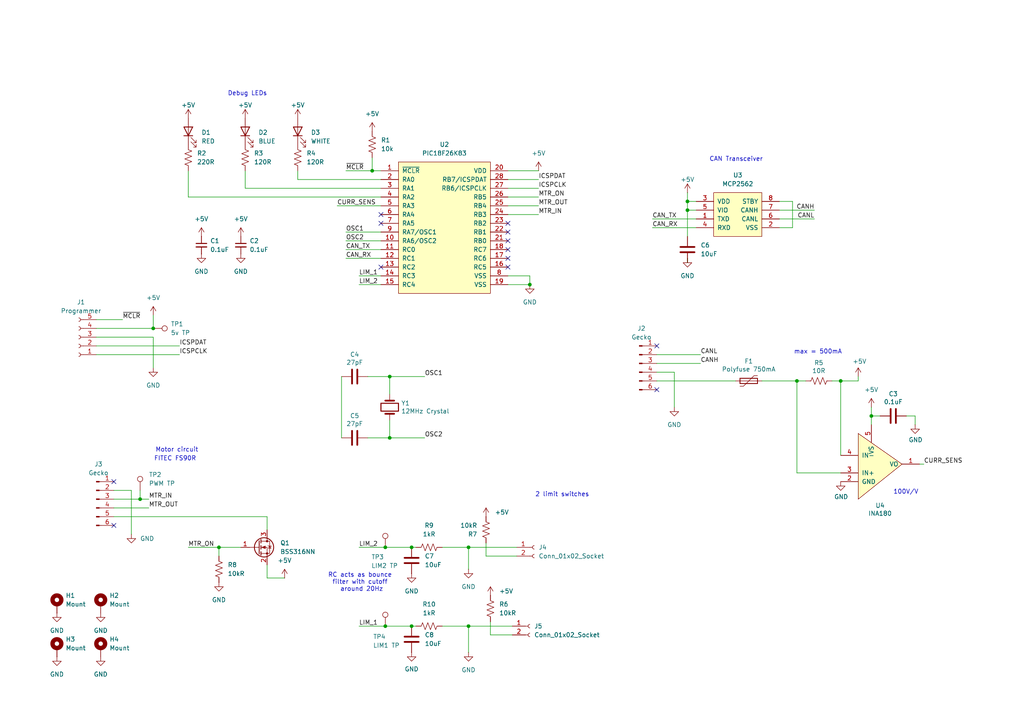
<source format=kicad_sch>
(kicad_sch (version 20231120) (generator "eeschema") (generator_version "8.0")
  (paper "A4")
  (lib_symbols
    (symbol "Connector:Conn_01x02_Socket" (pin_names (offset 1.016) hide)
      (property "Reference" "J" (at 0 2.54 0))
      (property "Value" "Conn_01x02_Socket" (at 0 -5.08 0))
      (symbol "Conn_01x02_Socket_1_1"
        (arc (start 0 -2.032) (mid -0.5058 -2.54) (end 0 -3.048) (stroke (width 0.1524)))
        (polyline (pts (xy -1.27 -2.54) (xy -0.508 -2.54)) (stroke (width 0.1524)))
        (polyline (pts (xy -1.27 0) (xy -0.508 0)) (stroke (width 0.1524)))
        (arc (start 0 0.508) (mid -0.5058 0) (end 0 -0.508) (stroke (width 0.1524)))
        (pin passive line (at -5.08 0 0) (length 3.81) (name "Pin_1") (number "1"))
        (pin passive line (at -5.08 -2.54 0) (length 3.81) (name "Pin_2") (number "2"))
      )
    )
    (symbol "Connector:Conn_01x05_Socket" (pin_names (offset 1.016) hide)
      (property "Reference" "J" (at 0 7.62 0))
      (property "Value" "Conn_01x05_Socket" (at 0 -7.62 0))
      (symbol "Conn_01x05_Socket_1_1"
        (arc (start 0 -4.572) (mid -0.5058 -5.08) (end 0 -5.588) (stroke (width 0.1524)))
        (arc (start 0 -2.032) (mid -0.5058 -2.54) (end 0 -3.048) (stroke (width 0.1524)))
        (polyline (pts (xy -1.27 -5.08) (xy -0.508 -5.08)) (stroke (width 0.1524)))
        (polyline (pts (xy -1.27 -2.54) (xy -0.508 -2.54)) (stroke (width 0.1524)))
        (polyline (pts (xy -1.27 0) (xy -0.508 0)) (stroke (width 0.1524)))
        (polyline (pts (xy -1.27 2.54) (xy -0.508 2.54)) (stroke (width 0.1524)))
        (polyline (pts (xy -1.27 5.08) (xy -0.508 5.08)) (stroke (width 0.1524)))
        (arc (start 0 0.508) (mid -0.5058 0) (end 0 -0.508) (stroke (width 0.1524)))
        (arc (start 0 3.048) (mid -0.5058 2.54) (end 0 2.032) (stroke (width 0.1524)))
        (arc (start 0 5.588) (mid -0.5058 5.08) (end 0 4.572) (stroke (width 0.1524)))
        (pin passive line (at -5.08 5.08 0) (length 3.81) (name "Pin_1") (number "1"))
        (pin passive line (at -5.08 2.54 0) (length 3.81) (name "Pin_2") (number "2"))
        (pin passive line (at -5.08 0 0) (length 3.81) (name "Pin_3") (number "3"))
        (pin passive line (at -5.08 -2.54 0) (length 3.81) (name "Pin_4") (number "4"))
        (pin passive line (at -5.08 -5.08 0) (length 3.81) (name "Pin_5") (number "5"))
      )
    )
    (symbol "Connector:Conn_01x06_Pin" (pin_names (offset 1.016) hide)
      (property "Reference" "J" (at 0 7.62 0))
      (property "Value" "Conn_01x06_Pin" (at 0 -10.16 0))
      (symbol "Conn_01x06_Pin_1_1"
        (polyline (pts (xy 1.27 -7.62) (xy 0.8636 -7.62)) (stroke (width 0.1524)))
        (polyline (pts (xy 1.27 -5.08) (xy 0.8636 -5.08)) (stroke (width 0.1524)))
        (polyline (pts (xy 1.27 -2.54) (xy 0.8636 -2.54)) (stroke (width 0.1524)))
        (polyline (pts (xy 1.27 0) (xy 0.8636 0)) (stroke (width 0.1524)))
        (polyline (pts (xy 1.27 2.54) (xy 0.8636 2.54)) (stroke (width 0.1524)))
        (polyline (pts (xy 1.27 5.08) (xy 0.8636 5.08)) (stroke (width 0.1524)))
        (rectangle (start 0.8636 -7.493) (end 0 -7.747) (stroke (width 0.1524)) (fill (type outline)))
        (rectangle (start 0.8636 -4.953) (end 0 -5.207) (stroke (width 0.1524)) (fill (type outline)))
        (rectangle (start 0.8636 -2.413) (end 0 -2.667) (stroke (width 0.1524)) (fill (type outline)))
        (rectangle (start 0.8636 0.127) (end 0 -0.127) (stroke (width 0.1524)) (fill (type outline)))
        (rectangle (start 0.8636 2.667) (end 0 2.413) (stroke (width 0.1524)) (fill (type outline)))
        (rectangle (start 0.8636 5.207) (end 0 4.953) (stroke (width 0.1524)) (fill (type outline)))
        (pin passive line (at 5.08 5.08 180) (length 3.81) (name "Pin_1") (number "1"))
        (pin passive line (at 5.08 2.54 180) (length 3.81) (name "Pin_2") (number "2"))
        (pin passive line (at 5.08 0 180) (length 3.81) (name "Pin_3") (number "3"))
        (pin passive line (at 5.08 -2.54 180) (length 3.81) (name "Pin_4") (number "4"))
        (pin passive line (at 5.08 -5.08 180) (length 3.81) (name "Pin_5") (number "5"))
        (pin passive line (at 5.08 -7.62 180) (length 3.81) (name "Pin_6") (number "6"))
      )
    )
    (symbol "Connector:TestPoint" (pin_numbers hide) (pin_names (offset 0.762) hide)
      (property "Reference" "TP" (at 0 6.858 0))
      (property "Value" "TestPoint" (at 0 5.08 0))
      (symbol "TestPoint_0_1"
        (circle (center 0 3.302) (radius 0.762))
      )
      (symbol "TestPoint_1_1"
        (pin passive line (at 0 0 90) (length 2.54) (name "1") (number "1"))
      )
    )
    (symbol "Device:C" (pin_numbers hide) (pin_names (offset 0.254))
      (property "Reference" "C" (at 0.635 2.54 0))
      (property "Value" "C" (at 0.635 -2.54 0))
      (symbol "C_0_1"
        (polyline (pts (xy -2.032 -0.762) (xy 2.032 -0.762)) (stroke (width 0.508)))
        (polyline (pts (xy -2.032 0.762) (xy 2.032 0.762)) (stroke (width 0.508)))
      )
      (symbol "C_1_1"
        (pin passive line (at 0 3.81 270) (length 2.794) (name "~") (number "1"))
        (pin passive line (at 0 -3.81 90) (length 2.794) (name "~") (number "2"))
      )
    )
    (symbol "Device:C_Small" (pin_numbers hide) (pin_names (offset 0.254) hide)
      (property "Reference" "C" (at 0.254 1.778 0))
      (property "Value" "C_Small" (at 0.254 -2.032 0))
      (symbol "C_Small_0_1"
        (polyline (pts (xy -1.524 -0.508) (xy 1.524 -0.508)) (stroke (width 0.3302)))
        (polyline (pts (xy -1.524 0.508) (xy 1.524 0.508)) (stroke (width 0.3048)))
      )
      (symbol "C_Small_1_1"
        (pin passive line (at 0 2.54 270) (length 2.032) (name "~") (number "1"))
        (pin passive line (at 0 -2.54 90) (length 2.032) (name "~") (number "2"))
      )
    )
    (symbol "Device:Crystal" (pin_numbers hide) (pin_names (offset 1.016) hide)
      (property "Reference" "Y" (at 0 3.81 0))
      (property "Value" "Crystal" (at 0 -3.81 0))
      (symbol "Crystal_0_1"
        (rectangle (start -1.143 2.54) (end 1.143 -2.54) (stroke (width 0.3048)))
        (polyline (pts (xy -2.54 0) (xy -1.905 0)))
        (polyline (pts (xy -1.905 -1.27) (xy -1.905 1.27)) (stroke (width 0.508)))
        (polyline (pts (xy 1.905 -1.27) (xy 1.905 1.27)) (stroke (width 0.508)))
        (polyline (pts (xy 2.54 0) (xy 1.905 0)))
      )
      (symbol "Crystal_1_1"
        (pin passive line (at -3.81 0 0) (length 1.27) (name "1") (number "1"))
        (pin passive line (at 3.81 0 180) (length 1.27) (name "2") (number "2"))
      )
    )
    (symbol "Device:LED" (pin_numbers hide) (pin_names (offset 1.016) hide)
      (property "Reference" "D" (at 0 2.54 0))
      (property "Value" "LED" (at 0 -2.54 0))
      (symbol "LED_0_1"
        (polyline (pts (xy -1.27 -1.27) (xy -1.27 1.27)) (stroke (width 0.254)))
        (polyline (pts (xy -1.27 0) (xy 1.27 0)))
        (polyline (pts (xy 1.27 -1.27) (xy 1.27 1.27) (xy -1.27 0) (xy 1.27 -1.27)) (stroke (width 0.254)))
        (polyline (pts (xy -3.048 -0.762) (xy -4.572 -2.286) (xy -3.81 -2.286) (xy -4.572 -2.286) (xy -4.572 -1.524)))
        (polyline (pts (xy -1.778 -0.762) (xy -3.302 -2.286) (xy -2.54 -2.286) (xy -3.302 -2.286) (xy -3.302 -1.524)))
      )
      (symbol "LED_1_1"
        (pin passive line (at -3.81 0 0) (length 2.54) (name "K") (number "1"))
        (pin passive line (at 3.81 0 180) (length 2.54) (name "A") (number "2"))
      )
    )
    (symbol "Device:Polyfuse" (pin_numbers hide) (pin_names (offset 0))
      (property "Reference" "F" (at -2.54 0 90))
      (property "Value" "Polyfuse" (at 2.54 0 90))
      (symbol "Polyfuse_0_1"
        (rectangle (start -0.762 2.54) (end 0.762 -2.54) (stroke (width 0.254)))
        (polyline (pts (xy 0 2.54) (xy 0 -2.54)))
        (polyline (pts (xy -1.524 2.54) (xy -1.524 1.524) (xy 1.524 -1.524) (xy 1.524 -2.54)))
      )
      (symbol "Polyfuse_1_1"
        (pin passive line (at 0 3.81 270) (length 1.27) (name "~") (number "1"))
        (pin passive line (at 0 -3.81 90) (length 1.27) (name "~") (number "2"))
      )
    )
    (symbol "Device:R_US" (pin_numbers hide) (pin_names (offset 0))
      (property "Reference" "R" (at 2.54 0 90))
      (property "Value" "R_US" (at -2.54 0 90))
      (symbol "R_US_0_1"
        (polyline (pts (xy 0 -2.286) (xy 0 -2.54)))
        (polyline (pts (xy 0 2.286) (xy 0 2.54)))
        (polyline (pts (xy 0 -0.762) (xy 1.016 -1.143) (xy 0 -1.524) (xy -1.016 -1.905) (xy 0 -2.286)))
        (polyline (pts (xy 0 0.762) (xy 1.016 0.381) (xy 0 0) (xy -1.016 -0.381) (xy 0 -0.762)))
        (polyline (pts (xy 0 2.286) (xy 1.016 1.905) (xy 0 1.524) (xy -1.016 1.143) (xy 0 0.762)))
      )
      (symbol "R_US_1_1"
        (pin passive line (at 0 3.81 270) (length 1.27) (name "~") (number "1"))
        (pin passive line (at 0 -3.81 90) (length 1.27) (name "~") (number "2"))
      )
    )
    (symbol "Mechanical:MountingHole_Pad" (pin_numbers hide) (pin_names (offset 1.016) hide)
      (property "Reference" "H" (at 0 6.35 0))
      (property "Value" "MountingHole_Pad" (at 0 4.445 0))
      (symbol "MountingHole_Pad_0_1"
        (circle (center 0 1.27) (radius 1.27) (stroke (width 1.27)))
      )
      (symbol "MountingHole_Pad_1_1"
        (pin input line (at 0 -2.54 90) (length 2.54) (name "1") (number "1"))
      )
    )
    (symbol "Transistor_FET:BSS214NW" (pin_names hide)
      (property "Reference" "Q" (at 5.08 1.905 0))
      (property "Value" "BSS214NW" (at 5.08 0 0))
      (symbol "BSS214NW_0_1"
        (polyline (pts (xy 0.254 0) (xy -2.54 0)))
        (polyline (pts (xy 0.254 1.905) (xy 0.254 -1.905)) (stroke (width 0.254)))
        (polyline (pts (xy 0.762 -1.27) (xy 0.762 -2.286)) (stroke (width 0.254)))
        (polyline (pts (xy 0.762 0.508) (xy 0.762 -0.508)) (stroke (width 0.254)))
        (polyline (pts (xy 0.762 2.286) (xy 0.762 1.27)) (stroke (width 0.254)))
        (polyline (pts (xy 2.54 2.54) (xy 2.54 1.778)))
        (polyline (pts (xy 2.54 -2.54) (xy 2.54 0) (xy 0.762 0)))
        (polyline (pts (xy 0.762 -1.778) (xy 3.302 -1.778) (xy 3.302 1.778) (xy 0.762 1.778)))
        (polyline (pts (xy 1.016 0) (xy 2.032 0.381) (xy 2.032 -0.381) (xy 1.016 0)) (fill (type outline)))
        (polyline (pts (xy 2.794 0.508) (xy 2.921 0.381) (xy 3.683 0.381) (xy 3.81 0.254)))
        (polyline (pts (xy 3.302 0.381) (xy 2.921 -0.254) (xy 3.683 -0.254) (xy 3.302 0.381)))
        (circle (center 1.651 0) (radius 2.794) (stroke (width 0.254)))
        (circle (center 2.54 -1.778) (radius 0.254) (fill (type outline)))
        (circle (center 2.54 1.778) (radius 0.254) (fill (type outline)))
      )
      (symbol "BSS214NW_1_1"
        (pin input line (at -5.08 0 0) (length 2.54) (name "G") (number "1"))
        (pin passive line (at 2.54 -5.08 90) (length 2.54) (name "S") (number "2"))
        (pin passive line (at 2.54 5.08 270) (length 2.54) (name "D") (number "3"))
      )
    )
    (symbol "canhw:INA180" (pin_names (offset 1.016))
      (property "Reference" "U" (at -5.08 13.97 0))
      (property "Value" "INA180" (at -11.43 15.24 0))
      (symbol "INA180_0_1"
        (polyline (pts (xy 5.08 0) (xy -7.62 8.89)))
        (polyline (pts (xy -7.62 8.89) (xy -7.62 -10.16) (xy 5.08 0)) (fill (type background)))
      )
      (symbol "INA180_1_1"
        (pin output line (at 10.16 0 180) (length 5.08) (name "VO") (number "1"))
        (pin power_in line (at -12.7 -5.08 0) (length 5.08) (name "GND") (number "2"))
        (pin input line (at -12.7 -2.54 0) (length 5.08) (name "IN+") (number "3"))
        (pin input line (at -12.7 2.54 0) (length 5.08) (name "IN-") (number "4"))
        (pin power_in line (at -3.81 11.43 270) (length 5.08) (name "VS") (number "5"))
      )
    )
    (symbol "canhw:MCP2562" (pin_names (offset 1.016))
      (property "Reference" "U" (at 5.08 3.81 0))
      (property "Value" "MCP2562" (at -3.81 3.81 0))
      (symbol "MCP2562_0_1"
        (rectangle (start -7.62 2.54) (end 6.35 -10.16) (fill (type background)))
      )
      (symbol "MCP2562_1_1"
        (pin bidirectional line (at -12.7 -5.08 0) (length 5.08) (name "TXD") (number "1"))
        (pin power_in line (at 11.43 -7.62 180) (length 5.08) (name "VSS") (number "2"))
        (pin power_in line (at -12.7 0 0) (length 5.08) (name "VDD") (number "3"))
        (pin bidirectional line (at -12.7 -7.62 0) (length 5.08) (name "RXD") (number "4"))
        (pin bidirectional line (at -12.7 -2.54 0) (length 5.08) (name "VIO") (number "5"))
        (pin bidirectional line (at 11.43 -5.08 180) (length 5.08) (name "CANL") (number "6"))
        (pin bidirectional line (at 11.43 -2.54 180) (length 5.08) (name "CANH") (number "7"))
        (pin bidirectional line (at 11.43 0 180) (length 5.08) (name "STBY") (number "8"))
      )
    )
    (symbol "canhw:PIC18F26K83" (pin_names (offset 1.016))
      (property "Reference" "U" (at 11.43 20.32 0))
      (property "Value" "PIC18F26K83" (at -7.62 20.32 0))
      (symbol "PIC18F26K83_0_1"
        (rectangle (start -13.97 19.05) (end 12.7 -19.05) (fill (type background)))
      )
      (symbol "PIC18F26K83_1_1"
        (pin input line (at -19.05 16.51 0) (length 5.08) (name "~{MCLR}") (number "1"))
        (pin bidirectional line (at -19.05 -3.81 0) (length 5.08) (name "RA6/OSC2") (number "10"))
        (pin bidirectional line (at -19.05 -6.35 0) (length 5.08) (name "RC0") (number "11"))
        (pin bidirectional line (at -19.05 -8.89 0) (length 5.08) (name "RC1") (number "12"))
        (pin bidirectional line (at -19.05 -11.43 0) (length 5.08) (name "RC2") (number "13"))
        (pin bidirectional line (at -19.05 -13.97 0) (length 5.08) (name "RC3") (number "14"))
        (pin bidirectional line (at -19.05 -16.51 0) (length 5.08) (name "RC4") (number "15"))
        (pin bidirectional line (at 17.78 -11.43 180) (length 5.08) (name "RC5") (number "16"))
        (pin bidirectional line (at 17.78 -8.89 180) (length 5.08) (name "RC6") (number "17"))
        (pin bidirectional line (at 17.78 -6.35 180) (length 5.08) (name "RC7") (number "18"))
        (pin power_in line (at 17.78 -16.51 180) (length 5.08) (name "VSS") (number "19"))
        (pin bidirectional line (at -19.05 13.97 0) (length 5.08) (name "RA0") (number "2"))
        (pin power_in line (at 17.78 16.51 180) (length 5.08) (name "VDD") (number "20"))
        (pin bidirectional line (at 17.78 -3.81 180) (length 5.08) (name "RB0") (number "21"))
        (pin bidirectional line (at 17.78 -1.27 180) (length 5.08) (name "RB1") (number "22"))
        (pin bidirectional line (at 17.78 1.27 180) (length 5.08) (name "RB2") (number "23"))
        (pin bidirectional line (at 17.78 3.81 180) (length 5.08) (name "RB3") (number "24"))
        (pin bidirectional line (at 17.78 6.35 180) (length 5.08) (name "RB4") (number "25"))
        (pin bidirectional line (at 17.78 8.89 180) (length 5.08) (name "RB5") (number "26"))
        (pin bidirectional line (at 17.78 11.43 180) (length 5.08) (name "RB6/ICSPCLK") (number "27"))
        (pin bidirectional line (at 17.78 13.97 180) (length 5.08) (name "RB7/ICSPDAT") (number "28"))
        (pin bidirectional line (at -19.05 11.43 0) (length 5.08) (name "RA1") (number "3"))
        (pin bidirectional line (at -19.05 8.89 0) (length 5.08) (name "RA2") (number "4"))
        (pin bidirectional line (at -19.05 6.35 0) (length 5.08) (name "RA3") (number "5"))
        (pin bidirectional line (at -19.05 3.81 0) (length 5.08) (name "RA4") (number "6"))
        (pin bidirectional line (at -19.05 1.27 0) (length 5.08) (name "RA5") (number "7"))
        (pin power_in line (at 17.78 -13.97 180) (length 5.08) (name "VSS") (number "8"))
        (pin bidirectional line (at -19.05 -1.27 0) (length 5.08) (name "RA7/OSC1") (number "9"))
      )
    )
    (symbol "power:+3V3" (power) (pin_numbers hide) (pin_names (offset 0) hide)
      (property "Value" "+3V3" (at 0 3.556 0))
      (symbol "+3V3_0_1"
        (polyline (pts (xy -0.762 1.27) (xy 0 2.54)))
        (polyline (pts (xy 0 0) (xy 0 2.54)))
        (polyline (pts (xy 0 2.54) (xy 0.762 1.27)))
      )
      (symbol "+3V3_1_1"
        (pin power_in line (at 0 0 90) (length 0) (name "~") (number "1"))
      )
    )
    (symbol "power:+5V" (power) (pin_numbers hide) (pin_names (offset 0) hide)
      (property "Value" "+5V" (at 0 3.556 0))
      (symbol "+5V_0_1"
        (polyline (pts (xy -0.762 1.27) (xy 0 2.54)))
        (polyline (pts (xy 0 0) (xy 0 2.54)))
        (polyline (pts (xy 0 2.54) (xy 0.762 1.27)))
      )
      (symbol "+5V_1_1"
        (pin power_in line (at 0 0 90) (length 0) (name "~") (number "1"))
      )
    )
    (symbol "power:GND" (power) (pin_numbers hide) (pin_names (offset 0) hide)
      (property "Value" "GND" (at 0 -3.81 0))
      (symbol "GND_0_1"
        (polyline (pts (xy 0 0) (xy 0 -1.27) (xy 1.27 -1.27) (xy 0 -2.54) (xy -1.27 -1.27) (xy 0 -1.27)))
      )
      (symbol "GND_1_1"
        (pin power_in line (at 0 0 270) (length 0) (name "~") (number "1"))
      )
    )
  )
  (junction (at 199.39 58.42))
  (junction (at 44.45 95.25))
  (junction (at 107.95 49.53))
  (junction (at 113.03 127))
  (junction (at 40.64 144.78))
  (junction (at 111.76 181.61))
  (junction (at 119.38 158.75))
  (junction (at 63.5 158.75))
  (junction (at 135.89 158.75))
  (junction (at 153.67 82.55))
  (junction (at 199.39 60.96))
  (junction (at 113.03 109.22))
  (junction (at 111.76 158.75))
  (junction (at 252.73 120.65))
  (junction (at 135.89 181.61))
  (junction (at 119.38 181.61))
  (junction (at 243.84 110.49))
  (junction (at 231.14 110.49))
  (no_connect (at 147.32 77.47))
  (no_connect (at 110.49 64.77))
  (no_connect (at 190.5 100.33))
  (no_connect (at 147.32 69.85))
  (no_connect (at 110.49 62.23))
  (no_connect (at 190.5 113.03))
  (no_connect (at 33.02 152.4))
  (no_connect (at 147.32 67.31))
  (no_connect (at 147.32 72.39))
  (no_connect (at 147.32 74.93))
  (no_connect (at 110.49 77.47))
  (no_connect (at 33.02 139.7))
  (no_connect (at 147.32 64.77))
  (wire (pts (xy 147.32 49.53) (xy 156.21 49.53)))
  (wire (pts (xy 147.32 59.69) (xy 156.21 59.69)))
  (wire (pts (xy 100.33 74.93) (xy 110.49 74.93)))
  (wire (pts (xy 33.02 144.78) (xy 40.64 144.78)))
  (wire (pts (xy 147.32 57.15) (xy 156.21 57.15)))
  (wire (pts (xy 44.45 106.68) (xy 44.45 97.79)))
  (wire (pts (xy 63.5 158.75) (xy 69.85 158.75)))
  (wire (pts (xy 140.97 157.48) (xy 140.97 161.29)))
  (wire (pts (xy 147.32 82.55) (xy 153.67 82.55)))
  (wire (pts (xy 147.32 54.61) (xy 156.21 54.61)))
  (wire (pts (xy 104.14 82.55) (xy 110.49 82.55)))
  (wire (pts (xy 104.14 158.75) (xy 111.76 158.75)))
  (wire (pts (xy 107.95 49.53) (xy 110.49 49.53)))
  (wire (pts (xy 135.89 165.1) (xy 135.89 158.75)))
  (wire (pts (xy 190.5 102.87) (xy 203.2 102.87)))
  (wire (pts (xy 77.47 167.64) (xy 82.55 167.64)))
  (wire (pts (xy 153.67 80.01) (xy 153.67 82.55)))
  (wire (pts (xy 33.02 147.32) (xy 43.18 147.32)))
  (wire (pts (xy 110.49 54.61) (xy 71.12 54.61)))
  (wire (pts (xy 128.27 158.75) (xy 135.89 158.75)))
  (wire (pts (xy 77.47 153.67) (xy 77.47 149.86)))
  (wire (pts (xy 266.7 134.62) (xy 267.97 134.62)))
  (wire (pts (xy 86.36 52.07) (xy 86.36 49.53)))
  (wire (pts (xy 189.23 66.04) (xy 201.93 66.04)))
  (wire (pts (xy 63.5 161.29) (xy 63.5 158.75)))
  (wire (pts (xy 142.24 184.15) (xy 148.59 184.15)))
  (wire (pts (xy 119.38 181.61) (xy 120.65 181.61)))
  (wire (pts (xy 40.64 142.24) (xy 40.64 144.78)))
  (wire (pts (xy 190.5 105.41) (xy 203.2 105.41)))
  (wire (pts (xy 262.89 120.65) (xy 265.43 120.65)))
  (wire (pts (xy 195.58 107.95) (xy 195.58 118.11)))
  (wire (pts (xy 33.02 149.86) (xy 77.47 149.86)))
  (wire (pts (xy 119.38 158.75) (xy 120.65 158.75)))
  (wire (pts (xy 111.76 158.75) (xy 119.38 158.75)))
  (wire (pts (xy 147.32 62.23) (xy 156.21 62.23)))
  (wire (pts (xy 113.03 109.22) (xy 123.19 109.22)))
  (wire (pts (xy 44.45 95.25) (xy 27.94 95.25)))
  (wire (pts (xy 140.97 161.29) (xy 149.86 161.29)))
  (wire (pts (xy 147.32 80.01) (xy 153.67 80.01)))
  (wire (pts (xy 229.87 58.42) (xy 229.87 66.04)))
  (wire (pts (xy 135.89 181.61) (xy 135.89 189.23)))
  (wire (pts (xy 226.06 66.04) (xy 229.87 66.04)))
  (wire (pts (xy 190.5 107.95) (xy 195.58 107.95)))
  (wire (pts (xy 111.76 181.61) (xy 119.38 181.61)))
  (wire (pts (xy 106.68 109.22) (xy 113.03 109.22)))
  (wire (pts (xy 104.14 80.01) (xy 110.49 80.01)))
  (wire (pts (xy 110.49 52.07) (xy 86.36 52.07)))
  (wire (pts (xy 128.27 181.61) (xy 135.89 181.61)))
  (wire (pts (xy 243.84 110.49) (xy 248.92 110.49)))
  (wire (pts (xy 252.73 123.19) (xy 252.73 120.65)))
  (wire (pts (xy 199.39 58.42) (xy 201.93 58.42)))
  (wire (pts (xy 231.14 137.16) (xy 243.84 137.16)))
  (wire (pts (xy 243.84 110.49) (xy 243.84 132.08)))
  (wire (pts (xy 38.1 142.24) (xy 38.1 154.94)))
  (wire (pts (xy 33.02 142.24) (xy 38.1 142.24)))
  (wire (pts (xy 97.79 59.69) (xy 110.49 59.69)))
  (wire (pts (xy 113.03 109.22) (xy 113.03 114.3)))
  (wire (pts (xy 77.47 163.83) (xy 77.47 167.64)))
  (wire (pts (xy 71.12 54.61) (xy 71.12 49.53)))
  (wire (pts (xy 231.14 110.49) (xy 233.68 110.49)))
  (wire (pts (xy 220.98 110.49) (xy 231.14 110.49)))
  (wire (pts (xy 199.39 76.2) (xy 199.39 74.93)))
  (wire (pts (xy 199.39 60.96) (xy 199.39 58.42)))
  (wire (pts (xy 265.43 120.65) (xy 265.43 123.19)))
  (wire (pts (xy 113.03 121.92) (xy 113.03 127)))
  (wire (pts (xy 99.06 109.22) (xy 99.06 127)))
  (wire (pts (xy 226.06 58.42) (xy 229.87 58.42)))
  (wire (pts (xy 142.24 180.34) (xy 142.24 184.15)))
  (wire (pts (xy 199.39 55.88) (xy 199.39 58.42)))
  (wire (pts (xy 54.61 158.75) (xy 63.5 158.75)))
  (wire (pts (xy 252.73 120.65) (xy 252.73 118.11)))
  (wire (pts (xy 231.14 110.49) (xy 231.14 137.16)))
  (wire (pts (xy 54.61 57.15) (xy 54.61 49.53)))
  (wire (pts (xy 226.06 60.96) (xy 236.22 60.96)))
  (wire (pts (xy 27.94 92.71) (xy 35.56 92.71)))
  (wire (pts (xy 100.33 69.85) (xy 110.49 69.85)))
  (wire (pts (xy 201.93 60.96) (xy 199.39 60.96)))
  (wire (pts (xy 104.14 181.61) (xy 111.76 181.61)))
  (wire (pts (xy 107.95 45.72) (xy 107.95 49.53)))
  (wire (pts (xy 135.89 158.75) (xy 149.86 158.75)))
  (wire (pts (xy 226.06 63.5) (xy 236.22 63.5)))
  (wire (pts (xy 189.23 63.5) (xy 201.93 63.5)))
  (wire (pts (xy 106.68 127) (xy 113.03 127)))
  (wire (pts (xy 40.64 144.78) (xy 43.18 144.78)))
  (wire (pts (xy 44.45 91.44) (xy 44.45 95.25)))
  (wire (pts (xy 100.33 72.39) (xy 110.49 72.39)))
  (wire (pts (xy 135.89 181.61) (xy 148.59 181.61)))
  (wire (pts (xy 27.94 100.33) (xy 52.07 100.33)))
  (wire (pts (xy 199.39 60.96) (xy 199.39 68.58)))
  (wire (pts (xy 113.03 127) (xy 123.19 127)))
  (wire (pts (xy 241.3 110.49) (xy 243.84 110.49)))
  (wire (pts (xy 190.5 110.49) (xy 213.36 110.49)))
  (wire (pts (xy 248.92 109.22) (xy 248.92 110.49)))
  (wire (pts (xy 110.49 57.15) (xy 54.61 57.15)))
  (wire (pts (xy 100.33 67.31) (xy 110.49 67.31)))
  (wire (pts (xy 252.73 120.65) (xy 255.27 120.65)))
  (wire (pts (xy 147.32 52.07) (xy 156.21 52.07)))
  (wire (pts (xy 100.33 49.53) (xy 107.95 49.53)))
  (wire (pts (xy 44.45 97.79) (xy 27.94 97.79)))
  (wire (pts (xy 27.94 102.87) (xy 52.07 102.87)))
  (text "100V/V" (at 259.08 143.51 0) (effects (font (size 1.27 1.27)) (justify left bottom)))
  (text "2 limit switches\n" (at 163.068 143.51 0) (effects (font (size 1.27 1.27))))
  (text "Debug LEDs" (at 66.04 27.94 0) (effects (font (size 1.27 1.27)) (justify left bottom)))
  (text "CAN Transceiver\n" (at 205.74 46.99 0) (effects (font (size 1.27 1.27)) (justify left bottom)))
  (text "RC acts as bounce \nfilter with cutoff \naround 20Hz\n" (at 104.902 168.91 0) (effects (font (size 1.27 1.27))))
  (text "Motor circuit\n" (at 51.308 130.556 0) (effects (font (size 1.27 1.27))))
  (text "FITEC FS90R\n" (at 50.8 133.096 0) (effects (font (size 1.27 1.27))))
  (text "max = 500mA" (at 237.236 102.108 0) (effects (font (size 1.27 1.27))))
  (label "CAN_RX" (at 100.33 74.93 0))
  (label "ICSPCLK" (at 156.21 54.61 0))
  (label "CANL" (at 236.22 63.5 180))
  (label "CAN_TX" (at 100.33 72.39 0))
  (label "MTR_IN" (at 156.21 62.23 0))
  (label "MTR_IN" (at 43.18 144.78 0))
  (label "CANH" (at 236.22 60.96 180))
  (label "CANH" (at 203.2 105.41 0))
  (label "OSC1" (at 123.19 109.22 0))
  (label "MTR_OUT" (at 156.21 59.69 0))
  (label "OSC2" (at 100.33 69.85 0))
  (label "OSC1" (at 100.33 67.31 0))
  (label "OSC2" (at 123.19 127 0))
  (label "LIM_1" (at 104.14 181.61 0))
  (label "LIM_2" (at 104.14 158.75 0))
  (label "ICSPCLK" (at 52.07 102.87 0))
  (label "ICSPDAT" (at 52.07 100.33 0))
  (label "MTR_ON" (at 54.61 158.75 0))
  (label "CAN_TX" (at 189.23 63.5 0))
  (label "LIM_1" (at 104.14 80.01 0))
  (label "MTR_ON" (at 156.21 57.15 0))
  (label "~{MCLR}" (at 35.56 92.71 0))
  (label "CAN_RX" (at 189.23 66.04 0))
  (label "LIM_2" (at 104.14 82.55 0))
  (label "~{MCLR}" (at 100.33 49.53 0))
  (label "CURR_SENS" (at 97.79 59.69 0))
  (label "ICSPDAT" (at 156.21 52.07 0))
  (label "CURR_SENS" (at 267.97 134.62 0))
  (label "MTR_OUT" (at 43.18 147.32 0))
  (label "CANL" (at 203.2 102.87 0))
  (symbol (lib_id "power:GND") (at 135.89 165.1 0) (unit 1)
    (property "Reference" "#PWR026" (effects (hide yes)))
    (property "Value" "GND" (at 135.89 170.18 0))
    (property "Description" "Power symbol creates a global label with name \"GND\" , ground" (effects (hide yes)))
  )
  (symbol (lib_id "power:GND") (at 16.51 190.5 0) (unit 1)
    (property "Reference" "#PWR09" (effects (hide yes)))
    (property "Value" "GND" (at 16.51 195.58 0))
    (property "Description" "Power symbol creates a global label with name \"GND\" , ground" (effects (hide yes)))
  )
  (symbol (lib_id "Device:Crystal") (at 113.03 118.11 270) (unit 1)
    (property "Reference" "Y1" (at 116.3574 116.9416 90) (effects (justify left)))
    (property "Value" "12MHz Crystal " (at 116.3574 119.253 90) (effects (justify left)))
    (property "Footprint" "Crystal:Crystal_HC49-4H_Vertical" (effects (hide yes)))
    (property "DigiKey" "535-9869-1-ND" (effects (hide yes)))
  )
  (symbol (lib_id "Device:C") (at 119.38 185.42 0) (unit 1)
    (property "Reference" "C8" (at 123.19 184.1499 0) (effects (justify left)))
    (property "Value" "10uF" (at 123.19 186.6899 0) (effects (justify left)))
    (property "Footprint" "Capacitor_SMD:C_0805_2012Metric_Pad1.18x1.45mm_HandSolder" (effects (hide yes)))
    (property "Description" "Unpolarized capacitor" (effects (hide yes)))
  )
  (symbol (lib_id "power:GND") (at 38.1 154.94 0) (unit 1)
    (property "Reference" "#PWR030" (effects (hide yes)))
    (property "Value" "GND" (at 40.64 156.2099 0) (effects (justify left)))
    (property "Description" "Power symbol creates a global label with name \"GND\" , ground" (effects (hide yes)))
  )
  (symbol (lib_id "Device:LED") (at 54.61 38.1 90) (unit 1)
    (property "Reference" "D1" (at 58.42 38.4174 90) (effects (justify right)))
    (property "Value" "RED" (at 58.42 40.9574 90) (effects (justify right)))
    (property "Footprint" "LED_SMD:LED_1206_3216Metric_Pad1.42x1.75mm_HandSolder" (effects (hide yes)))
    (property "VF" "2" (effects (hide yes)))
  )
  (symbol (lib_id "Device:C") (at 102.87 109.22 270) (unit 1)
    (property "Reference" "C4" (at 102.87 102.8192 90))
    (property "Value" "27pF" (at 102.87 105.1306 90))
    (property "Footprint" "Capacitor_SMD:C_0805_2012Metric_Pad1.18x1.45mm_HandSolder" (effects (hide yes)))
    (property "DigiKey" "1276-2622-1-ND" (effects (hide yes)))
  )
  (symbol (lib_id "Device:R_US") (at 124.46 181.61 270) (unit 1)
    (property "Reference" "R10" (at 124.46 175.26 90))
    (property "Value" "1kR" (at 124.46 177.8 90))
    (property "Footprint" "Resistor_SMD:R_0805_2012Metric_Pad1.20x1.40mm_HandSolder" (effects (hide yes)))
    (property "Description" "Resistor, US symbol" (effects (hide yes)))
  )
  (symbol (lib_id "Connector:TestPoint") (at 111.76 181.61 0) (unit 1)
    (property "Reference" "TP4" (at 108.204 184.658 0) (effects (justify left)))
    (property "Value" "LIM1 TP" (at 108.204 187.198 0) (effects (justify left)))
    (property "Footprint" "TestPoint:TestPoint_Pad_1.5x1.5mm" (effects (hide yes)))
    (property "Description" "test point" (effects (hide yes)))
  )
  (symbol (lib_id "power:+5V") (at 252.73 118.11 0) (unit 1)
    (property "Reference" "#PWR012" (effects (hide yes)))
    (property "Value" "+5V" (at 252.73 113.03 0))
    (property "Description" "Power symbol creates a global label with name \"+5V\"" (effects (hide yes)))
  )
  (symbol (lib_id "power:+5V") (at 199.39 55.88 0) (unit 1)
    (property "Reference" "#PWR016" (effects (hide yes)))
    (property "Value" "+5V" (at 199.39 52.07 0))
  )
  (symbol (lib_id "Device:C_Small") (at 58.42 71.12 0) (unit 1)
    (property "Reference" "C1" (at 60.96 69.8562 0) (effects (justify left)))
    (property "Value" "0.1uF" (at 60.96 72.3962 0) (effects (justify left)))
    (property "Footprint" "Capacitor_SMD:C_0805_2012Metric_Pad1.18x1.45mm_HandSolder" (effects (hide yes)))
    (property "Description" "Unpolarized capacitor, small symbol" (effects (hide yes)))
  )
  (symbol (lib_id "Device:R_US") (at 140.97 153.67 0) (unit 1)
    (property "Reference" "R7" (at 138.43 154.9401 0) (effects (justify right)))
    (property "Value" "10kR" (at 138.43 152.4001 0) (effects (justify right)))
    (property "Footprint" "Resistor_SMD:R_0805_2012Metric_Pad1.20x1.40mm_HandSolder" (effects (hide yes)))
    (property "Description" "Resistor, US symbol" (effects (hide yes)))
  )
  (symbol (lib_id "Device:LED") (at 86.36 38.1 90) (unit 1)
    (property "Reference" "D3" (at 90.17 38.4174 90) (effects (justify right)))
    (property "Value" "WHITE" (at 90.17 40.9574 90) (effects (justify right)))
    (property "Footprint" "LED_SMD:LED_1206_3216Metric_Pad1.42x1.75mm_HandSolder" (effects (hide yes)))
    (property "VF" "3.3" (effects (hide yes)))
  )
  (symbol (lib_id "Device:R_US") (at 54.61 45.72 0) (unit 1)
    (property "Reference" "R2" (at 57.15 44.4499 0) (effects (justify left)))
    (property "Value" "220R" (at 57.15 46.9899 0) (effects (justify left)))
    (property "Footprint" "Resistor_SMD:R_0805_2012Metric_Pad1.20x1.40mm_HandSolder" (effects (hide yes)))
  )
  (symbol (lib_id "Connector:TestPoint") (at 40.64 142.24 0) (unit 1)
    (property "Reference" "TP2" (at 43.18 137.6679 0) (effects (justify left)))
    (property "Value" "PWM TP" (at 43.18 140.2079 0) (effects (justify left)))
    (property "Footprint" "TestPoint:TestPoint_Pad_1.5x1.5mm" (effects (hide yes)))
    (property "Description" "test point" (effects (hide yes)))
  )
  (symbol (lib_id "Transistor_FET:BSS214NW") (at 74.93 158.75 0) (unit 1)
    (property "Reference" "Q1" (at 81.28 157.4799 0) (effects (justify left)))
    (property "Value" "BSS316NN" (at 81.28 160.0199 0) (effects (justify left)))
    (property "Footprint" "Package_TO_SOT_SMD:SOT-323_SC-70" (effects (hide yes)))
    (property "Datasheet" "https://www.infineon.com/dgdl/Infineon-BSS214NW-DS-v02_02-en.pdf?fileId=db3a30431b3e89eb011b695aebc01bde" (effects (hide yes)))
    (property "Description" "20V Vds, 1.5A Id, N-Channel MOSFET, SOT-323" (effects (hide yes)))
  )
  (symbol (lib_id "Device:C") (at 102.87 127 270) (unit 1)
    (property "Reference" "C5" (at 102.87 120.5992 90))
    (property "Value" "27pF" (at 102.87 122.9106 90))
    (property "Footprint" "Capacitor_SMD:C_0805_2012Metric_Pad1.18x1.45mm_HandSolder" (effects (hide yes)))
    (property "DigiKey" "1276-2622-1-ND" (effects (hide yes)))
  )
  (symbol (lib_id "Device:Polyfuse") (at 217.17 110.49 270) (unit 1)
    (property "Reference" "F1" (at 217.17 104.775 90))
    (property "Value" "Polyfuse 750mA" (at 217.17 107.0864 90))
    (property "Footprint" "Fuse:Fuse_1206_3216Metric_Pad1.42x1.75mm_HandSolder" (effects (hide yes)))
  )
  (symbol (lib_id "Connector:TestPoint") (at 111.76 158.75 0) (unit 1)
    (property "Reference" "TP3" (at 107.696 161.544 0) (effects (justify left)))
    (property "Value" "LIM2 TP" (at 107.696 164.084 0) (effects (justify left)))
    (property "Footprint" "TestPoint:TestPoint_Pad_1.5x1.5mm" (effects (hide yes)))
    (property "Description" "test point" (effects (hide yes)))
  )
  (symbol (lib_id "Device:R_US") (at 107.95 41.91 0) (unit 1)
    (property "Reference" "R1" (at 110.49 40.6399 0) (effects (justify left)))
    (property "Value" "10k" (at 110.49 43.1799 0) (effects (justify left)))
    (property "Footprint" "Resistor_SMD:R_0805_2012Metric_Pad1.20x1.40mm_HandSolder" (effects (hide yes)))
    (property "Description" "Resistor, US symbol" (effects (hide yes)))
  )
  (symbol (lib_id "Connector:Conn_01x05_Socket") (at 22.86 97.79 180) (unit 1)
    (property "Reference" "J1" (at 23.495 87.63 0))
    (property "Value" "Programmer" (at 23.495 90.17 0))
    (property "Footprint" "Canhw:PinSocket_5x2.54_SMD_90deg_952-3198-1-ND" (effects (hide yes)))
    (property "Description" "Generic connector, single row, 01x05, script generated" (effects (hide yes)))
  )
  (symbol (lib_id "Connector:Conn_01x06_Pin") (at 27.94 144.78 0) (unit 1)
    (property "Reference" "J3" (at 28.575 134.62 0))
    (property "Value" "Gecko" (at 28.575 137.16 0))
    (property "Footprint" "Canhw:connector_Harwin_G125–MG10605M4P" (effects (hide yes)))
    (property "Description" "Generic connector, single row, 01x06, script generated" (effects (hide yes)))
  )
  (symbol (lib_id "Device:R_US") (at 237.49 110.49 270) (unit 1)
    (property "Reference" "R5" (at 237.49 105.2322 90))
    (property "Value" "10R" (at 237.49 107.5436 90))
    (property "Footprint" "Resistor_SMD:R_0805_2012Metric_Pad1.20x1.40mm_HandSolder" (effects (hide yes)))
    (property "Description" "Resistor, US symbol" (effects (hide yes)))
  )
  (symbol (lib_id "power:GND") (at 119.38 189.23 0) (unit 1)
    (property "Reference" "#PWR033" (effects (hide yes)))
    (property "Value" "GND" (at 119.38 194.056 0))
    (property "Description" "Power symbol creates a global label with name \"GND\" , ground" (effects (hide yes)))
  )
  (symbol (lib_id "power:+5V") (at 142.24 172.72 0) (unit 1)
    (property "Reference" "#PWR02" (effects (hide yes)))
    (property "Value" "+5V" (at 144.78 171.4499 0) (effects (justify left)))
    (property "Description" "Power symbol creates a global label with name \"+5V\"" (effects (hide yes)))
  )
  (symbol (lib_id "power:GND") (at 119.38 166.37 0) (unit 1)
    (property "Reference" "#PWR032" (effects (hide yes)))
    (property "Value" "GND" (at 119.38 171.45 0))
    (property "Description" "Power symbol creates a global label with name \"GND\" , ground" (effects (hide yes)))
  )
  (symbol (lib_id "Connector:TestPoint") (at 44.45 95.25 270) (unit 1)
    (property "Reference" "TP1" (at 49.53 93.9799 90) (effects (justify left)))
    (property "Value" "5v TP" (at 49.53 96.5199 90) (effects (justify left)))
    (property "Footprint" "TestPoint:TestPoint_Pad_1.5x1.5mm" (effects (hide yes)))
    (property "Description" "test point" (effects (hide yes)))
  )
  (symbol (lib_id "power:GND") (at 69.85 73.66 0) (unit 1)
    (property "Reference" "#PWR019" (effects (hide yes)))
    (property "Value" "GND" (at 69.85 78.74 0))
    (property "Description" "Power symbol creates a global label with name \"GND\" , ground" (effects (hide yes)))
  )
  (symbol (lib_id "power:+5V") (at 58.42 68.58 0) (unit 1)
    (property "Reference" "#PWR014" (effects (hide yes)))
    (property "Value" "+5V" (at 58.42 63.5 0))
    (property "Description" "Power symbol creates a global label with name \"+5V\"" (effects (hide yes)))
  )
  (symbol (lib_id "power:+3V3") (at 44.45 91.44 0) (unit 1)
    (property "Reference" "#PWR05" (effects (hide yes)))
    (property "Value" "+5V" (at 44.45 86.36 0))
    (property "Description" "Power symbol creates a global label with name \"+3V3\"" (effects (hide yes)))
  )
  (symbol (lib_id "power:+5V") (at 54.61 34.29 0) (unit 1)
    (property "Reference" "#PWR021" (effects (hide yes)))
    (property "Value" "+5V" (at 54.61 30.48 0))
  )
  (symbol (lib_id "power:GND") (at 195.58 118.11 0) (unit 1)
    (property "Reference" "#PWR011" (effects (hide yes)))
    (property "Value" "GND" (at 195.58 123.19 0))
    (property "Description" "Power symbol creates a global label with name \"GND\" , ground" (effects (hide yes)))
  )
  (symbol (lib_id "canhw:MCP2562") (at 214.63 58.42 0) (unit 1)
    (property "Reference" "U3" (at 213.995 50.8 0))
    (property "Value" "MCP2562" (at 213.995 53.34 0))
    (property "Footprint" "Package_SO:SOIC-8_3.9x4.9mm_P1.27mm" (effects (hide yes)))
    (property "Datasheet" "http://hades.mech.northwestern.edu/images/5/5e/MCP2562.pdf" (effects (hide yes)))
  )
  (symbol (lib_id "Device:C_Small") (at 69.85 71.12 0) (unit 1)
    (property "Reference" "C2" (at 72.39 69.8562 0) (effects (justify left)))
    (property "Value" "0.1uF" (at 72.39 72.3962 0) (effects (justify left)))
    (property "Footprint" "Capacitor_SMD:C_0805_2012Metric_Pad1.18x1.45mm_HandSolder" (effects (hide yes)))
    (property "Description" "Unpolarized capacitor, small symbol" (effects (hide yes)))
  )
  (symbol (lib_id "power:GND") (at 44.45 106.68 0) (unit 1)
    (property "Reference" "#PWR06" (effects (hide yes)))
    (property "Value" "GND" (at 44.45 111.76 0))
    (property "Description" "Power symbol creates a global label with name \"GND\" , ground" (effects (hide yes)))
  )
  (symbol (lib_id "Device:LED") (at 71.12 38.1 90) (unit 1)
    (property "Reference" "D2" (at 74.93 38.4174 90) (effects (justify right)))
    (property "Value" "BLUE" (at 74.93 40.9574 90) (effects (justify right)))
    (property "Footprint" "LED_SMD:LED_1206_3216Metric_Pad1.42x1.75mm_HandSolder" (effects (hide yes)))
    (property "VF" "3.3" (effects (hide yes)))
  )
  (symbol (lib_id "Device:C") (at 119.38 162.56 0) (unit 1)
    (property "Reference" "C7" (at 123.19 161.2899 0) (effects (justify left)))
    (property "Value" "10uF" (at 123.19 163.8299 0) (effects (justify left)))
    (property "Footprint" "Capacitor_SMD:C_0805_2012Metric_Pad1.18x1.45mm_HandSolder" (effects (hide yes)))
    (property "Description" "Unpolarized capacitor" (effects (hide yes)))
  )
  (symbol (lib_id "Device:R_US") (at 86.36 45.72 0) (unit 1)
    (property "Reference" "R4" (at 88.9 44.4499 0) (effects (justify left)))
    (property "Value" "120R" (at 88.9 46.9899 0) (effects (justify left)))
    (property "Footprint" "Resistor_SMD:R_0805_2012Metric_Pad1.20x1.40mm_HandSolder" (effects (hide yes)))
  )
  (symbol (lib_id "power:+5V") (at 86.36 34.29 0) (unit 1)
    (property "Reference" "#PWR023" (effects (hide yes)))
    (property "Value" "+5V" (at 86.36 30.48 0))
  )
  (symbol (lib_id "Connector:Conn_01x02_Socket") (at 153.67 181.61 0) (unit 1)
    (property "Reference" "J5" (at 154.94 181.6099 0) (effects (justify left)))
    (property "Value" "Conn_01x02_Socket" (at 154.94 184.1499 0) (effects (justify left)))
    (property "Footprint" "Connector_JST:JST_PH_S2B-PH-K_1x02_P2.00mm_Horizontal" (effects (hide yes)))
    (property "Description" "Generic connector, single row, 01x02, script generated" (effects (hide yes)))
  )
  (symbol (lib_id "power:+5V") (at 140.97 149.86 0) (unit 1)
    (property "Reference" "#PWR01" (effects (hide yes)))
    (property "Value" "+5V" (at 143.51 148.5899 0) (effects (justify left)))
    (property "Description" "Power symbol creates a global label with name \"+5V\"" (effects (hide yes)))
  )
  (symbol (lib_id "canhw:INA180") (at 256.54 134.62 0) (unit 1)
    (property "Reference" "U4" (at 255.27 146.6088 0))
    (property "Value" "INA180" (at 255.27 148.9202 0))
    (property "Footprint" "Package_TO_SOT_SMD:SOT-23-5_HandSoldering" (effects (hide yes)))
  )
  (symbol (lib_id "power:GND") (at 29.21 190.5 0) (unit 1)
    (property "Reference" "#PWR010" (effects (hide yes)))
    (property "Value" "GND" (at 29.21 195.58 0))
    (property "Description" "Power symbol creates a global label with name \"GND\" , ground" (effects (hide yes)))
  )
  (symbol (lib_id "Mechanical:MountingHole_Pad") (at 16.51 175.26 0) (unit 1)
    (property "Reference" "H1" (at 19.05 172.7199 0) (effects (justify left)))
    (property "Value" "Mount" (at 19.05 175.2599 0) (effects (justify left)))
    (property "Footprint" "MountingHole:MountingHole_3.2mm_M3_Pad" (effects (hide yes)))
    (property "Description" "Mounting Hole with connection" (effects (hide yes)))
  )
  (symbol (lib_id "power:GND") (at 135.89 189.23 0) (unit 1)
    (property "Reference" "#PWR013" (effects (hide yes)))
    (property "Value" "GND" (at 135.89 194.31 0))
    (property "Description" "Power symbol creates a global label with name \"GND\" , ground" (effects (hide yes)))
  )
  (symbol (lib_id "Device:R_US") (at 142.24 176.53 0) (unit 1)
    (property "Reference" "R6" (at 144.78 175.2599 0) (effects (justify left)))
    (property "Value" "10kR" (at 144.78 177.7999 0) (effects (justify left)))
    (property "Footprint" "Resistor_SMD:R_0805_2012Metric_Pad1.20x1.40mm_HandSolder" (effects (hide yes)))
    (property "Description" "Resistor, US symbol" (effects (hide yes)))
  )
  (symbol (lib_id "power:+5V") (at 248.92 109.22 0) (unit 1)
    (property "Reference" "#PWR025" (effects (hide yes)))
    (property "Value" "+5V" (at 249.301 104.8258 0))
  )
  (symbol (lib_id "power:GND") (at 153.67 82.55 0) (unit 1)
    (property "Reference" "#PWR04" (effects (hide yes)))
    (property "Value" "GND" (at 153.67 87.63 0))
    (property "Description" "Power symbol creates a global label with name \"GND\" , ground" (effects (hide yes)))
  )
  (symbol (lib_id "Device:R_US") (at 124.46 158.75 270) (unit 1)
    (property "Reference" "R9" (at 124.46 152.4 90))
    (property "Value" "1kR" (at 124.46 154.94 90))
    (property "Footprint" "Resistor_SMD:R_0805_2012Metric_Pad1.20x1.40mm_HandSolder" (effects (hide yes)))
    (property "Description" "Resistor, US symbol" (effects (hide yes)))
  )
  (symbol (lib_id "Device:R_US") (at 71.12 45.72 0) (unit 1)
    (property "Reference" "R3" (at 73.66 44.4499 0) (effects (justify left)))
    (property "Value" "120R" (at 73.66 46.9899 0) (effects (justify left)))
    (property "Footprint" "Resistor_SMD:R_0805_2012Metric_Pad1.20x1.40mm_HandSolder" (effects (hide yes)))
  )
  (symbol (lib_id "Mechanical:MountingHole_Pad") (at 16.51 187.96 0) (unit 1)
    (property "Reference" "H3" (at 19.05 185.4199 0) (effects (justify left)))
    (property "Value" "Mount" (at 19.05 187.9599 0) (effects (justify left)))
    (property "Footprint" "MountingHole:MountingHole_3.2mm_M3_Pad" (effects (hide yes)))
    (property "Description" "Mounting Hole with connection" (effects (hide yes)))
  )
  (symbol (lib_id "power:GND") (at 199.39 74.93 0) (unit 1)
    (property "Reference" "#PWR017" (effects (hide yes)))
    (property "Value" "GND" (at 199.39 80.01 0))
  )
  (symbol (lib_id "power:GND") (at 243.84 139.7 0) (unit 1)
    (property "Reference" "#PWR024" (effects (hide yes)))
    (property "Value" "GND" (at 243.967 144.0942 0))
  )
  (symbol (lib_id "Device:C") (at 259.08 120.65 270) (unit 1)
    (property "Reference" "C3" (at 259.08 114.2492 90))
    (property "Value" "0.1uF" (at 259.08 116.5606 90))
    (property "Footprint" "Capacitor_SMD:C_0805_2012Metric_Pad1.18x1.45mm_HandSolder" (effects (hide yes)))
  )
  (symbol (lib_id "power:GND") (at 58.42 73.66 0) (unit 1)
    (property "Reference" "#PWR015" (effects (hide yes)))
    (property "Value" "GND" (at 58.42 78.74 0))
    (property "Description" "Power symbol creates a global label with name \"GND\" , ground" (effects (hide yes)))
  )
  (symbol (lib_id "Connector:Conn_01x06_Pin") (at 185.42 105.41 0) (unit 1)
    (property "Reference" "J2" (at 186.055 95.25 0))
    (property "Value" "Gecko" (at 186.055 97.79 0))
    (property "Footprint" "Canhw:connector_Harwin_G125–MG10605M4P" (effects (hide yes)))
    (property "Description" "Generic connector, single row, 01x06, script generated" (effects (hide yes)))
  )
  (symbol (lib_id "power:GND") (at 16.51 177.8 0) (unit 1)
    (property "Reference" "#PWR07" (effects (hide yes)))
    (property "Value" "GND" (at 16.51 182.88 0))
    (property "Description" "Power symbol creates a global label with name \"GND\" , ground" (effects (hide yes)))
  )
  (symbol (lib_id "power:+5V") (at 71.12 34.29 0) (unit 1)
    (property "Reference" "#PWR022" (effects (hide yes)))
    (property "Value" "+5V" (at 71.12 30.48 0))
  )
  (symbol (lib_id "power:+3V3") (at 156.21 49.53 0) (unit 1)
    (property "Reference" "#PWR03" (effects (hide yes)))
    (property "Value" "+5V" (at 156.21 44.45 0))
    (property "Description" "Power symbol creates a global label with name \"+3V3\"" (effects (hide yes)))
  )
  (symbol (lib_id "power:GND") (at 63.5 168.91 0) (unit 1)
    (property "Reference" "#PWR031" (effects (hide yes)))
    (property "Value" "GND" (at 63.5 173.99 0))
    (property "Description" "Power symbol creates a global label with name \"GND\" , ground" (effects (hide yes)))
  )
  (symbol (lib_id "Mechanical:MountingHole_Pad") (at 29.21 187.96 0) (unit 1)
    (property "Reference" "H4" (at 31.75 185.4199 0) (effects (justify left)))
    (property "Value" "Mount" (at 31.75 187.9599 0) (effects (justify left)))
    (property "Footprint" "MountingHole:MountingHole_3.2mm_M3_Pad" (effects (hide yes)))
    (property "Description" "Mounting Hole with connection" (effects (hide yes)))
  )
  (symbol (lib_id "Connector:Conn_01x02_Socket") (at 154.94 158.75 0) (unit 1)
    (property "Reference" "J4" (at 156.21 158.7499 0) (effects (justify left)))
    (property "Value" "Conn_01x02_Socket" (at 156.21 161.2899 0) (effects (justify left)))
    (property "Footprint" "Connector_JST:JST_PH_S2B-PH-K_1x02_P2.00mm_Horizontal" (effects (hide yes)))
    (property "Description" "Generic connector, single row, 01x02, script generated" (effects (hide yes)))
  )
  (symbol (lib_id "Device:R_US") (at 63.5 165.1 0) (unit 1)
    (property "Reference" "R8" (at 66.04 163.8299 0) (effects (justify left)))
    (property "Value" "10kR" (at 66.04 166.3699 0) (effects (justify left)))
    (property "Footprint" "Resistor_SMD:R_0805_2012Metric_Pad1.20x1.40mm_HandSolder" (effects (hide yes)))
    (property "Description" "Resistor, US symbol" (effects (hide yes)))
  )
  (symbol (lib_id "canhw:PIC18F26K83") (at 129.54 66.04 0) (unit 1)
    (property "Reference" "U2" (at 128.905 41.91 0))
    (property "Value" "PIC18F26K83" (at 128.905 44.45 0))
    (property "Footprint" "Package_SO:SOIC-28W_7.5x18.7mm_P1.27mm" (effects (hide yes)))
    (property "Datasheet" "http://ww1.microchip.com/downloads/en/DeviceDoc/40001943A.pdf" (effects (hide yes)))
    (property "DigiKey" "PIC18LF26K83T-I/SOCT-ND" (effects (hide yes)))
  )
  (symbol (lib_id "Mechanical:MountingHole_Pad") (at 29.21 175.26 0) (unit 1)
    (property "Reference" "H2" (at 31.75 172.7199 0) (effects (justify left)))
    (property "Value" "Mount" (at 31.75 175.2599 0) (effects (justify left)))
    (property "Footprint" "MountingHole:MountingHole_3.2mm_M3_Pad" (effects (hide yes)))
    (property "Description" "Mounting Hole with connection" (effects (hide yes)))
  )
  (symbol (lib_id "power:GND") (at 265.43 123.19 0) (unit 1)
    (property "Reference" "#PWR027" (effects (hide yes)))
    (property "Value" "GND" (at 265.557 127.5842 0))
  )
  (symbol (lib_id "power:+5V") (at 69.85 68.58 0) (unit 1)
    (property "Reference" "#PWR018" (effects (hide yes)))
    (property "Value" "+5V" (at 69.85 63.5 0))
    (property "Description" "Power symbol creates a global label with name \"+5V\"" (effects (hide yes)))
  )
  (symbol (lib_id "power:+5V") (at 82.55 167.64 0) (unit 1)
    (property "Reference" "#PWR028" (effects (hide yes)))
    (property "Value" "+5V" (at 82.55 162.56 0))
    (property "Description" "Power symbol creates a global label with name \"+5V\"" (effects (hide yes)))
  )
  (symbol (lib_id "power:+5V") (at 107.95 38.1 0) (unit 1)
    (property "Reference" "#PWR020" (effects (hide yes)))
    (property "Value" "+5V" (at 107.95 33.02 0))
    (property "Description" "Power symbol creates a global label with name \"+5V\"" (effects (hide yes)))
  )
  (symbol (lib_id "power:GND") (at 29.21 177.8 0) (unit 1)
    (property "Reference" "#PWR08" (effects (hide yes)))
    (property "Value" "GND" (at 29.21 182.88 0))
    (property "Description" "Power symbol creates a global label with name \"GND\" , ground" (effects (hide yes)))
  )
  (symbol (lib_id "Device:C") (at 199.39 72.39 0) (unit 1)
    (property "Reference" "C6" (at 203.2 71.1199 0) (effects (justify left)))
    (property "Value" "10uF" (at 203.2 73.6599 0) (effects (justify left)))
    (property "Footprint" "Capacitor_SMD:C_0805_2012Metric_Pad1.18x1.45mm_HandSolder" (effects (hide yes)))
    (property "Description" "Unpolarized capacitor" (effects (hide yes)))
  )
)
</source>
